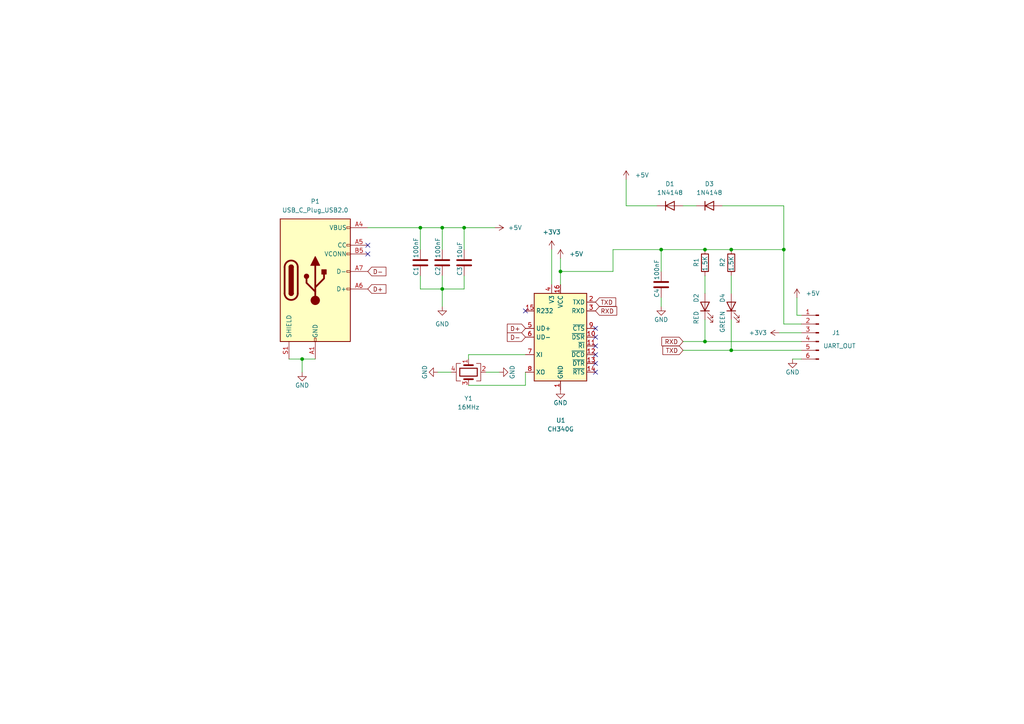
<source format=kicad_sch>
(kicad_sch (version 20211123) (generator eeschema)
  (paper "A4")
  (lib_symbols
    (symbol "Connector:Conn_01x06_Male" (pin_names (offset 1.016) hide)
      (property "Reference" "J" (at 0 7.62 0))
      (property "Value" "Conn_01x06_Male" (at 0 -10.16 0))
      (symbol "Conn_01x06_Male_1_1"
        (polyline (pts (xy 1.27 -7.62) (xy 0.8636 -7.62)) (stroke (width 0.1524)))
        (polyline (pts (xy 1.27 -5.08) (xy 0.8636 -5.08)) (stroke (width 0.1524)))
        (polyline (pts (xy 1.27 -2.54) (xy 0.8636 -2.54)) (stroke (width 0.1524)))
        (polyline (pts (xy 1.27 0) (xy 0.8636 0)) (stroke (width 0.1524)))
        (polyline (pts (xy 1.27 2.54) (xy 0.8636 2.54)) (stroke (width 0.1524)))
        (polyline (pts (xy 1.27 5.08) (xy 0.8636 5.08)) (stroke (width 0.1524)))
        (rectangle (start 0.8636 -7.493) (end 0 -7.747) (stroke (width 0.1524)) (fill (type outline)))
        (rectangle (start 0.8636 -4.953) (end 0 -5.207) (stroke (width 0.1524)) (fill (type outline)))
        (rectangle (start 0.8636 -2.413) (end 0 -2.667) (stroke (width 0.1524)) (fill (type outline)))
        (rectangle (start 0.8636 0.127) (end 0 -0.127) (stroke (width 0.1524)) (fill (type outline)))
        (rectangle (start 0.8636 2.667) (end 0 2.413) (stroke (width 0.1524)) (fill (type outline)))
        (rectangle (start 0.8636 5.207) (end 0 4.953) (stroke (width 0.1524)) (fill (type outline)))
        (pin passive line (at 5.08 5.08 180) (length 3.81) (name "Pin_1") (number "1"))
        (pin passive line (at 5.08 2.54 180) (length 3.81) (name "Pin_2") (number "2"))
        (pin passive line (at 5.08 0 180) (length 3.81) (name "Pin_3") (number "3"))
        (pin passive line (at 5.08 -2.54 180) (length 3.81) (name "Pin_4") (number "4"))
        (pin passive line (at 5.08 -5.08 180) (length 3.81) (name "Pin_5") (number "5"))
        (pin passive line (at 5.08 -7.62 180) (length 3.81) (name "Pin_6") (number "6"))
      )
    )
    (symbol "Connector:USB_C_Plug_USB2.0" (pin_names (offset 1.016))
      (property "Reference" "P" (at -10.16 19.05 0))
      (property "Value" "USB_C_Plug_USB2.0" (at 12.7 19.05 0))
      (symbol "USB_C_Plug_USB2.0_0_0"
        (rectangle (start -0.254 -17.78) (end 0.254 -16.764))
        (rectangle (start 10.16 -2.286) (end 9.144 -2.794))
        (rectangle (start 10.16 2.794) (end 9.144 2.286))
        (rectangle (start 10.16 7.874) (end 9.144 7.366))
        (rectangle (start 10.16 10.414) (end 9.144 9.906))
        (rectangle (start 10.16 15.494) (end 9.144 14.986))
      )
      (symbol "USB_C_Plug_USB2.0_0_1"
        (rectangle (start -10.16 17.78) (end 10.16 -17.78) (stroke (width 0.254)) (fill (type background)))
        (arc (start -8.89 -3.81) (mid -6.985 -5.715) (end -5.08 -3.81) (stroke (width 0.508)))
        (arc (start -7.62 -3.81) (mid -6.985 -4.445) (end -6.35 -3.81) (stroke (width 0.254)))
        (arc (start -7.62 -3.81) (mid -6.985 -4.445) (end -6.35 -3.81) (stroke (width 0.254)) (fill (type outline)))
        (rectangle (start -7.62 -3.81) (end -6.35 3.81) (stroke (width 0.254)) (fill (type outline)))
        (arc (start -6.35 3.81) (mid -6.985 4.445) (end -7.62 3.81) (stroke (width 0.254)))
        (arc (start -6.35 3.81) (mid -6.985 4.445) (end -7.62 3.81) (stroke (width 0.254)) (fill (type outline)))
        (arc (start -5.08 3.81) (mid -6.985 5.715) (end -8.89 3.81) (stroke (width 0.508)))
        (circle (center -2.54 1.143) (radius 0.635) (stroke (width 0.254)) (fill (type outline)))
        (circle (center 0 -5.842) (radius 1.27) (fill (type outline)))
        (polyline (pts (xy -8.89 -3.81) (xy -8.89 3.81)) (stroke (width 0.508)))
        (polyline (pts (xy -5.08 3.81) (xy -5.08 -3.81)) (stroke (width 0.508)))
        (polyline (pts (xy 0 -5.842) (xy 0 4.318)) (stroke (width 0.508)))
        (polyline (pts (xy 0 -3.302) (xy -2.54 -0.762) (xy -2.54 0.508)) (stroke (width 0.508)))
        (polyline (pts (xy 0 -2.032) (xy 2.54 0.508) (xy 2.54 1.778)) (stroke (width 0.508)))
        (polyline (pts (xy -1.27 4.318) (xy 0 6.858) (xy 1.27 4.318) (xy -1.27 4.318)) (stroke (width 0.254)) (fill (type outline)))
        (rectangle (start 1.905 1.778) (end 3.175 3.048) (stroke (width 0.254)) (fill (type outline)))
      )
      (symbol "USB_C_Plug_USB2.0_1_1"
        (pin passive line (at 0 -22.86 90) (length 5.08) (name "GND") (number "A1"))
        (pin passive line (at 0 -22.86 90) (length 5.08) hide (name "GND") (number "A12"))
        (pin passive line (at 15.24 15.24 180) (length 5.08) (name "VBUS") (number "A4"))
        (pin bidirectional line (at 15.24 10.16 180) (length 5.08) (name "CC") (number "A5"))
        (pin bidirectional line (at 15.24 -2.54 180) (length 5.08) (name "D+") (number "A6"))
        (pin bidirectional line (at 15.24 2.54 180) (length 5.08) (name "D-") (number "A7"))
        (pin passive line (at 15.24 15.24 180) (length 5.08) hide (name "VBUS") (number "A9"))
        (pin passive line (at 0 -22.86 90) (length 5.08) hide (name "GND") (number "B1"))
        (pin passive line (at 0 -22.86 90) (length 5.08) hide (name "GND") (number "B12"))
        (pin passive line (at 15.24 15.24 180) (length 5.08) hide (name "VBUS") (number "B4"))
        (pin bidirectional line (at 15.24 7.62 180) (length 5.08) (name "VCONN") (number "B5"))
        (pin passive line (at 15.24 15.24 180) (length 5.08) hide (name "VBUS") (number "B9"))
        (pin passive line (at -7.62 -22.86 90) (length 5.08) (name "SHIELD") (number "S1"))
      )
    )
    (symbol "Device:C" (pin_numbers hide) (pin_names (offset 0.254))
      (property "Reference" "C" (at 0.635 2.54 0))
      (property "Value" "C" (at 0.635 -2.54 0))
      (symbol "C_0_1"
        (polyline (pts (xy -2.032 -0.762) (xy 2.032 -0.762)) (stroke (width 0.508)))
        (polyline (pts (xy -2.032 0.762) (xy 2.032 0.762)) (stroke (width 0.508)))
      )
      (symbol "C_1_1"
        (pin passive line (at 0 3.81 270) (length 2.794) (name "~") (number "1"))
        (pin passive line (at 0 -3.81 90) (length 2.794) (name "~") (number "2"))
      )
    )
    (symbol "Device:Crystal_GND24" (pin_names (offset 1.016) hide)
      (property "Reference" "Y" (at 3.175 5.08 0))
      (property "Value" "Crystal_GND24" (at 3.175 3.175 0))
      (symbol "Crystal_GND24_0_1"
        (rectangle (start -1.143 2.54) (end 1.143 -2.54) (stroke (width 0.3048)))
        (polyline (pts (xy -2.54 0) (xy -2.032 0)))
        (polyline (pts (xy -2.032 -1.27) (xy -2.032 1.27)) (stroke (width 0.508)))
        (polyline (pts (xy 0 -3.81) (xy 0 -3.556)))
        (polyline (pts (xy 0 3.556) (xy 0 3.81)))
        (polyline (pts (xy 2.032 -1.27) (xy 2.032 1.27)) (stroke (width 0.508)))
        (polyline (pts (xy 2.032 0) (xy 2.54 0)))
        (polyline (pts (xy -2.54 -2.286) (xy -2.54 -3.556) (xy 2.54 -3.556) (xy 2.54 -2.286)))
        (polyline (pts (xy -2.54 2.286) (xy -2.54 3.556) (xy 2.54 3.556) (xy 2.54 2.286)))
      )
      (symbol "Crystal_GND24_1_1"
        (pin passive line (at -3.81 0 0) (length 1.27) (name "1") (number "1"))
        (pin passive line (at 0 5.08 270) (length 1.27) (name "2") (number "2"))
        (pin passive line (at 3.81 0 180) (length 1.27) (name "3") (number "3"))
        (pin passive line (at 0 -5.08 90) (length 1.27) (name "4") (number "4"))
      )
    )
    (symbol "Device:LED" (pin_numbers hide) (pin_names (offset 1.016) hide)
      (property "Reference" "D" (at 0 2.54 0))
      (property "Value" "LED" (at 0 -2.54 0))
      (symbol "LED_0_1"
        (polyline (pts (xy -1.27 -1.27) (xy -1.27 1.27)) (stroke (width 0.254)))
        (polyline (pts (xy -1.27 0) (xy 1.27 0)))
        (polyline (pts (xy 1.27 -1.27) (xy 1.27 1.27) (xy -1.27 0) (xy 1.27 -1.27)) (stroke (width 0.254)))
        (polyline (pts (xy -3.048 -0.762) (xy -4.572 -2.286) (xy -3.81 -2.286) (xy -4.572 -2.286) (xy -4.572 -1.524)))
        (polyline (pts (xy -1.778 -0.762) (xy -3.302 -2.286) (xy -2.54 -2.286) (xy -3.302 -2.286) (xy -3.302 -1.524)))
      )
      (symbol "LED_1_1"
        (pin passive line (at -3.81 0 0) (length 2.54) (name "K") (number "1"))
        (pin passive line (at 3.81 0 180) (length 2.54) (name "A") (number "2"))
      )
    )
    (symbol "Device:R" (pin_numbers hide) (pin_names (offset 0))
      (property "Reference" "R" (at 2.032 0 90))
      (property "Value" "R" (at 0 0 90))
      (symbol "R_0_1"
        (rectangle (start -1.016 -2.54) (end 1.016 2.54) (stroke (width 0.254)))
      )
      (symbol "R_1_1"
        (pin passive line (at 0 3.81 270) (length 1.27) (name "~") (number "1"))
        (pin passive line (at 0 -3.81 90) (length 1.27) (name "~") (number "2"))
      )
    )
    (symbol "Diode:1N4148" (pin_numbers hide) (pin_names (offset 1.016) hide)
      (property "Reference" "D" (at 0 2.54 0))
      (property "Value" "1N4148" (at 0 -2.54 0))
      (symbol "1N4148_0_1"
        (polyline (pts (xy -1.27 1.27) (xy -1.27 -1.27)) (stroke (width 0.254)))
        (polyline (pts (xy 1.27 0) (xy -1.27 0)))
        (polyline (pts (xy 1.27 1.27) (xy 1.27 -1.27) (xy -1.27 0) (xy 1.27 1.27)) (stroke (width 0.254)))
      )
      (symbol "1N4148_1_1"
        (pin passive line (at -3.81 0 0) (length 2.54) (name "K") (number "1"))
        (pin passive line (at 3.81 0 180) (length 2.54) (name "A") (number "2"))
      )
    )
    (symbol "Interface_USB:CH340G"
      (property "Reference" "U" (at -5.08 13.97 0))
      (property "Value" "CH340G" (at 1.27 13.97 0))
      (symbol "CH340G_0_1"
        (rectangle (start -7.62 12.7) (end 7.62 -12.7) (stroke (width 0.254)) (fill (type background)))
      )
      (symbol "CH340G_1_1"
        (pin power_in line (at 0 -15.24 90) (length 2.54) (name "GND") (number "1"))
        (pin input line (at 10.16 0 180) (length 2.54) (name "~{DSR}") (number "10"))
        (pin input line (at 10.16 -2.54 180) (length 2.54) (name "~{RI}") (number "11"))
        (pin input line (at 10.16 -5.08 180) (length 2.54) (name "~{DCD}") (number "12"))
        (pin output line (at 10.16 -7.62 180) (length 2.54) (name "~{DTR}") (number "13"))
        (pin output line (at 10.16 -10.16 180) (length 2.54) (name "~{RTS}") (number "14"))
        (pin input line (at -10.16 7.62 0) (length 2.54) (name "R232") (number "15"))
        (pin power_in line (at 0 15.24 270) (length 2.54) (name "VCC") (number "16"))
        (pin output line (at 10.16 10.16 180) (length 2.54) (name "TXD") (number "2"))
        (pin input line (at 10.16 7.62 180) (length 2.54) (name "RXD") (number "3"))
        (pin passive line (at -2.54 15.24 270) (length 2.54) (name "V3") (number "4"))
        (pin bidirectional line (at -10.16 2.54 0) (length 2.54) (name "UD+") (number "5"))
        (pin bidirectional line (at -10.16 0 0) (length 2.54) (name "UD-") (number "6"))
        (pin input line (at -10.16 -5.08 0) (length 2.54) (name "XI") (number "7"))
        (pin output line (at -10.16 -10.16 0) (length 2.54) (name "XO") (number "8"))
        (pin input line (at 10.16 2.54 180) (length 2.54) (name "~{CTS}") (number "9"))
      )
    )
    (symbol "power:+3.3V" (power) (pin_names (offset 0))
      (property "Value" "+3.3V" (at 0 3.556 0))
      (symbol "+3.3V_0_1"
        (polyline (pts (xy -0.762 1.27) (xy 0 2.54)))
        (polyline (pts (xy 0 0) (xy 0 2.54)))
        (polyline (pts (xy 0 2.54) (xy 0.762 1.27)))
      )
      (symbol "+3.3V_1_1"
        (pin power_in line (at 0 0 90) (length 0) hide (name "+3V3") (number "1"))
      )
    )
    (symbol "power:+5V" (power) (pin_names (offset 0))
      (property "Value" "+5V" (at 0 3.556 0))
      (symbol "+5V_0_1"
        (polyline (pts (xy -0.762 1.27) (xy 0 2.54)))
        (polyline (pts (xy 0 0) (xy 0 2.54)))
        (polyline (pts (xy 0 2.54) (xy 0.762 1.27)))
      )
      (symbol "+5V_1_1"
        (pin power_in line (at 0 0 90) (length 0) hide (name "+5V") (number "1"))
      )
    )
    (symbol "power:GND" (power) (pin_names (offset 0))
      (property "Value" "GND" (at 0 -3.81 0))
      (symbol "GND_0_1"
        (polyline (pts (xy 0 0) (xy 0 -1.27) (xy 1.27 -1.27) (xy 0 -2.54) (xy -1.27 -1.27) (xy 0 -1.27)))
      )
      (symbol "GND_1_1"
        (pin power_in line (at 0 0 270) (length 0) hide (name "GND") (number "1"))
      )
    )
  )
  (junction (at 204.47 72.39))
  (junction (at 128.27 66.04))
  (junction (at 162.56 78.74))
  (junction (at 227.33 72.39))
  (junction (at 204.47 99.06))
  (junction (at 212.09 101.6))
  (junction (at 121.92 66.04))
  (junction (at 191.77 72.39))
  (junction (at 128.27 83.82))
  (junction (at 87.63 104.14))
  (junction (at 134.62 66.04))
  (junction (at 212.09 72.39))
  (no_connect (at 172.72 100.33))
  (no_connect (at 172.72 105.41))
  (no_connect (at 172.72 102.87))
  (no_connect (at 172.72 107.95))
  (no_connect (at 172.72 97.79))
  (no_connect (at 106.68 71.12))
  (no_connect (at 106.68 73.66))
  (no_connect (at 152.4 90.17))
  (no_connect (at 172.72 95.25))
  (wire (pts (xy 128.27 66.04) (xy 121.92 66.04)))
  (wire (pts (xy 204.47 92.71) (xy 204.47 99.06)))
  (wire (pts (xy 134.62 66.04) (xy 134.62 72.39)))
  (wire (pts (xy 128.27 83.82) (xy 128.27 80.01)))
  (wire (pts (xy 121.92 66.04) (xy 121.92 72.39)))
  (wire (pts (xy 191.77 88.9) (xy 191.77 86.36)))
  (wire (pts (xy 191.77 72.39) (xy 191.77 78.74)))
  (wire (pts (xy 127 107.95) (xy 130.81 107.95)))
  (wire (pts (xy 87.63 104.14) (xy 91.44 104.14)))
  (wire (pts (xy 226.06 96.52) (xy 232.41 96.52)))
  (wire (pts (xy 231.14 86.36) (xy 231.14 91.44)))
  (wire (pts (xy 87.63 104.14) (xy 87.63 107.95)))
  (wire (pts (xy 227.33 72.39) (xy 227.33 93.98)))
  (wire (pts (xy 204.47 72.39) (xy 212.09 72.39)))
  (wire (pts (xy 152.4 111.76) (xy 152.4 107.95)))
  (wire (pts (xy 144.78 107.95) (xy 140.97 107.95)))
  (wire (pts (xy 162.56 78.74) (xy 162.56 82.55)))
  (wire (pts (xy 198.12 59.69) (xy 201.93 59.69)))
  (wire (pts (xy 83.82 104.14) (xy 87.63 104.14)))
  (wire (pts (xy 212.09 101.6) (xy 232.41 101.6)))
  (wire (pts (xy 191.77 72.39) (xy 177.8 72.39)))
  (wire (pts (xy 121.92 83.82) (xy 121.92 80.01)))
  (wire (pts (xy 231.14 91.44) (xy 232.41 91.44)))
  (wire (pts (xy 135.89 104.14) (xy 135.89 102.87)))
  (wire (pts (xy 128.27 66.04) (xy 128.27 72.39)))
  (wire (pts (xy 181.61 52.07) (xy 181.61 59.69)))
  (wire (pts (xy 135.89 102.87) (xy 152.4 102.87)))
  (wire (pts (xy 135.89 111.76) (xy 152.4 111.76)))
  (wire (pts (xy 121.92 83.82) (xy 128.27 83.82)))
  (wire (pts (xy 204.47 72.39) (xy 191.77 72.39)))
  (wire (pts (xy 204.47 99.06) (xy 232.41 99.06)))
  (wire (pts (xy 121.92 66.04) (xy 106.68 66.04)))
  (wire (pts (xy 212.09 80.01) (xy 212.09 85.09)))
  (wire (pts (xy 177.8 78.74) (xy 162.56 78.74)))
  (wire (pts (xy 128.27 83.82) (xy 128.27 88.9)))
  (wire (pts (xy 128.27 83.82) (xy 134.62 83.82)))
  (wire (pts (xy 227.33 59.69) (xy 227.33 72.39)))
  (wire (pts (xy 229.87 104.14) (xy 232.41 104.14)))
  (wire (pts (xy 143.51 66.04) (xy 134.62 66.04)))
  (wire (pts (xy 227.33 93.98) (xy 232.41 93.98)))
  (wire (pts (xy 198.12 99.06) (xy 204.47 99.06)))
  (wire (pts (xy 134.62 66.04) (xy 128.27 66.04)))
  (wire (pts (xy 181.61 59.69) (xy 190.5 59.69)))
  (wire (pts (xy 177.8 72.39) (xy 177.8 78.74)))
  (wire (pts (xy 204.47 80.01) (xy 204.47 85.09)))
  (wire (pts (xy 160.02 72.39) (xy 160.02 82.55)))
  (wire (pts (xy 162.56 74.93) (xy 162.56 78.74)))
  (wire (pts (xy 209.55 59.69) (xy 227.33 59.69)))
  (wire (pts (xy 134.62 83.82) (xy 134.62 80.01)))
  (wire (pts (xy 198.12 101.6) (xy 212.09 101.6)))
  (wire (pts (xy 212.09 92.71) (xy 212.09 101.6)))
  (wire (pts (xy 212.09 72.39) (xy 227.33 72.39)))
  (global_label "D+" (shape input) (at 152.4 95.25 180) (property "Intersheet References" "${INTERSHEET_REFS}" (effects hide)))
  (global_label "RXD" (shape input) (at 198.12 99.06 180) (property "Intersheet References" "${INTERSHEET_REFS}" (effects hide)))
  (global_label "TXD" (shape input) (at 172.72 87.63 0) (property "Intersheet References" "${INTERSHEET_REFS}" (effects hide)))
  (global_label "D+" (shape input) (at 106.68 83.82 0) (property "Intersheet References" "${INTERSHEET_REFS}" (effects hide)))
  (global_label "D-" (shape input) (at 152.4 97.79 180) (property "Intersheet References" "${INTERSHEET_REFS}" (effects hide)))
  (global_label "D-" (shape input) (at 106.68 78.74 0) (property "Intersheet References" "${INTERSHEET_REFS}" (effects hide)))
  (global_label "TXD" (shape input) (at 198.12 101.6 180) (property "Intersheet References" "${INTERSHEET_REFS}" (effects hide)))
  (global_label "RXD" (shape input) (at 172.72 90.17 0) (property "Intersheet References" "${INTERSHEET_REFS}" (effects hide)))
  (symbol (lib_id "Device:R") (at 212.09 76.2 0) (unit 1)
    (property "Reference" "R2" (at 209.55 77.47 90) (effects (justify left)))
    (property "Value" "1.5K" (at 212.09 78.74 90) (effects (justify left)))
    (property "Footprint" "Resistor_SMD:R_0603_1608Metric" (effects hide))
  )
  (symbol (lib_id "Device:C") (at 121.92 76.2 0) (unit 1)
    (property "Reference" "C1" (at 120.65 80.01 90) (effects (justify left)))
    (property "Value" "100nF" (at 120.65 74.93 90) (effects (justify left)))
    (property "Footprint" "Capacitor_SMD:C_0603_1608Metric" (effects hide))
  )
  (symbol (lib_id "power:+5V") (at 231.14 86.36 0) (unit 1)
    (property "Reference" "#PWR013" (effects hide))
    (property "Value" "+5V" (at 233.68 85.0899 0) (effects (justify left)))
  )
  (symbol (lib_id "Device:C") (at 128.27 76.2 0) (unit 1)
    (property "Reference" "C2" (at 127 80.01 90) (effects (justify left)))
    (property "Value" "100nF" (at 127 74.93 90) (effects (justify left)))
    (property "Footprint" "Capacitor_SMD:C_0603_1608Metric" (effects hide))
  )
  (symbol (lib_id "Device:C") (at 191.77 82.55 0) (unit 1)
    (property "Reference" "C4" (at 190.5 86.36 90) (effects (justify left)))
    (property "Value" "100nF" (at 190.5 81.28 90) (effects (justify left)))
    (property "Footprint" "Capacitor_SMD:C_0603_1608Metric" (effects hide))
  )
  (symbol (lib_id "power:+5V") (at 162.56 74.93 0) (unit 1)
    (property "Reference" "#PWR07" (effects hide))
    (property "Value" "+5V" (at 165.1 73.6599 0) (effects (justify left)))
  )
  (symbol (lib_id "Diode:1N4148") (at 205.74 59.69 0) (unit 1)
    (property "Reference" "D3" (at 205.74 53.34 0))
    (property "Value" "1N4148" (at 205.74 55.88 0))
    (property "Footprint" "Diode_SMD:D_SOD-123F" (effects hide))
    (property "Datasheet" "https://assets.nexperia.com/documents/data-sheet/1N4148_1N4448.pdf" (effects hide))
  )
  (symbol (lib_id "Device:LED") (at 204.47 88.9 90) (unit 1)
    (property "Reference" "D2" (at 201.93 85.09 0) (effects (justify right)))
    (property "Value" "RED" (at 201.93 90.17 0) (effects (justify right)))
    (property "Footprint" "LED_SMD:LED_0603_1608Metric" (effects hide))
  )
  (symbol (lib_id "Diode:1N4148") (at 194.31 59.69 0) (unit 1)
    (property "Reference" "D1" (at 194.31 53.34 0))
    (property "Value" "1N4148" (at 194.31 55.88 0))
    (property "Footprint" "Diode_SMD:D_SOD-123F" (effects hide))
    (property "Datasheet" "https://assets.nexperia.com/documents/data-sheet/1N4148_1N4448.pdf" (effects hide))
  )
  (symbol (lib_id "power:GND") (at 162.56 113.03 0) (unit 1)
    (property "Reference" "#PWR08" (effects hide))
    (property "Value" "GND" (at 162.56 116.84 0))
  )
  (symbol (lib_id "power:+5V") (at 143.51 66.04 270) (unit 1)
    (property "Reference" "#PWR04" (effects hide))
    (property "Value" "+5V" (at 147.32 66.0399 90) (effects (justify left)))
  )
  (symbol (lib_id "power:GND") (at 128.27 88.9 0) (unit 1)
    (property "Reference" "#PWR03" (effects hide))
    (property "Value" "GND" (at 128.27 93.98 0))
  )
  (symbol (lib_id "Device:C") (at 134.62 76.2 0) (unit 1)
    (property "Reference" "C3" (at 133.35 80.01 90) (effects (justify left)))
    (property "Value" "10uF" (at 133.35 74.93 90) (effects (justify left)))
    (property "Footprint" "Capacitor_SMD:C_0603_1608Metric" (effects hide))
  )
  (symbol (lib_id "power:GND") (at 87.63 107.95 0) (unit 1)
    (property "Reference" "#PWR01" (effects hide))
    (property "Value" "GND" (at 87.63 111.76 0))
  )
  (symbol (lib_id "power:GND") (at 127 107.95 270) (unit 1)
    (property "Reference" "#PWR02" (effects hide))
    (property "Value" "GND" (at 123.19 107.95 0))
  )
  (symbol (lib_id "power:GND") (at 144.78 107.95 90) (unit 1)
    (property "Reference" "#PWR05" (effects hide))
    (property "Value" "GND" (at 148.59 107.95 0))
  )
  (symbol (lib_id "power:GND") (at 191.77 88.9 0) (unit 1)
    (property "Reference" "#PWR010" (effects hide))
    (property "Value" "GND" (at 191.77 92.71 0))
  )
  (symbol (lib_id "Interface_USB:CH340G") (at 162.56 97.79 0) (unit 1)
    (property "Reference" "U1" (at 161.29 121.92 0) (effects (justify left)))
    (property "Value" "CH340G" (at 158.75 124.46 0) (effects (justify left)))
    (property "Footprint" "Package_SO:SOIC-16_3.9x9.9mm_P1.27mm" (effects hide))
    (property "Datasheet" "http://www.datasheet5.com/pdf-local-2195953" (effects hide))
  )
  (symbol (lib_id "Device:Crystal_GND24") (at 135.89 107.95 270) (unit 1)
    (property "Reference" "Y1" (at 135.89 115.57 90))
    (property "Value" "16MHz" (at 135.89 118.11 90))
    (property "Footprint" "Crystal:Crystal_SMD_3225-4Pin_3.2x2.5mm" (effects hide))
  )
  (symbol (lib_id "power:+3.3V") (at 226.06 96.52 90) (unit 1)
    (property "Reference" "#PWR011" (effects hide))
    (property "Value" "+3.3V" (at 217.17 96.52 90) (effects (justify right)))
  )
  (symbol (lib_id "power:+3.3V") (at 160.02 72.39 0) (unit 1)
    (property "Reference" "#PWR06" (effects hide))
    (property "Value" "+3.3V" (at 160.02 67.31 0))
  )
  (symbol (lib_id "Device:R") (at 204.47 76.2 0) (unit 1)
    (property "Reference" "R1" (at 201.93 77.47 90) (effects (justify left)))
    (property "Value" "1.5K" (at 204.47 78.74 90) (effects (justify left)))
    (property "Footprint" "Resistor_SMD:R_0603_1608Metric" (effects hide))
  )
  (symbol (lib_id "Connector:USB_C_Plug_USB2.0") (at 91.44 81.28 0) (unit 1)
    (property "Reference" "P1" (at 91.44 58.42 0))
    (property "Value" "USB_C_Plug_USB2.0" (at 91.44 60.96 0))
    (property "Footprint" "Connector_USB:USB_C_Receptacle_HRO_TYPE-C-31-M-12" (effects hide))
    (property "Datasheet" "https://www.usb.org/sites/default/files/documents/usb_type-c.zip" (effects hide))
  )
  (symbol (lib_id "Connector:Conn_01x06_Male") (at 237.49 96.52 0) (mirror y) (unit 1)
    (property "Reference" "J1" (at 241.3 96.52 0) (effects (justify right)))
    (property "Value" "UART_OUT" (at 238.76 100.33 0) (effects (justify right)))
    (property "Footprint" "Connector_PinHeader_2.54mm:PinHeader_1x06_P2.54mm_Horizontal" (effects hide))
  )
  (symbol (lib_id "power:GND") (at 229.87 104.14 0) (unit 1)
    (property "Reference" "#PWR012" (effects hide))
    (property "Value" "GND" (at 229.87 107.95 0))
  )
  (symbol (lib_id "power:+5V") (at 181.61 52.07 0) (unit 1)
    (property "Reference" "#PWR09" (effects hide))
    (property "Value" "+5V" (at 184.15 50.7999 0) (effects (justify left)))
  )
  (symbol (lib_id "Device:LED") (at 212.09 88.9 90) (unit 1)
    (property "Reference" "D4" (at 209.55 85.09 0) (effects (justify right)))
    (property "Value" "GREEN" (at 209.55 90.17 0) (effects (justify right)))
    (property "Footprint" "LED_SMD:LED_0603_1608Metric" (effects hide))
  )
)
</source>
